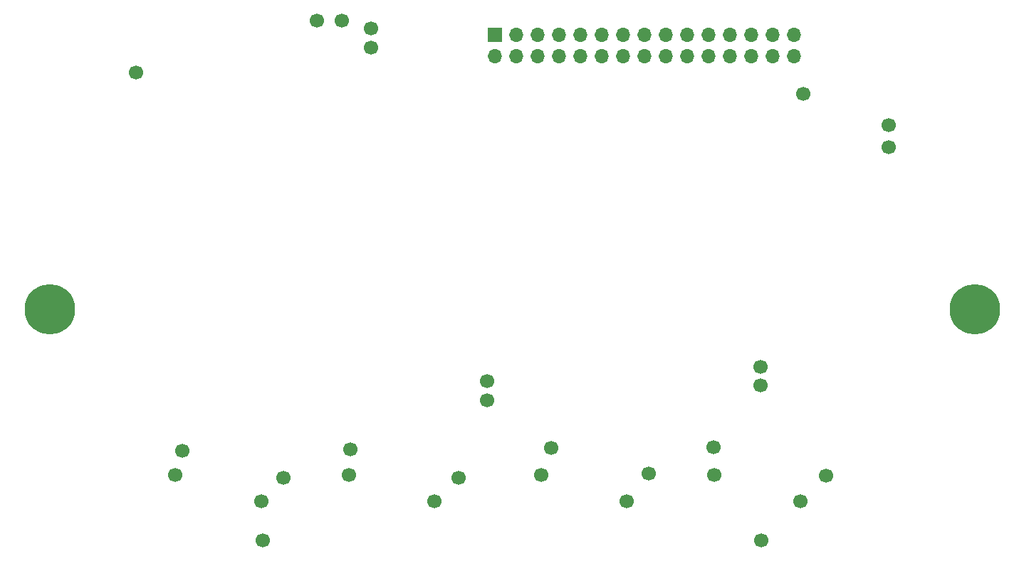
<source format=gbr>
%TF.GenerationSoftware,KiCad,Pcbnew,(5.1.10)-1*%
%TF.CreationDate,2021-08-26T14:05:13+08:00*%
%TF.ProjectId,Syrostan-Ext-DIO,5379726f-7374-4616-9e2d-4578742d4449,rev?*%
%TF.SameCoordinates,Original*%
%TF.FileFunction,Soldermask,Top*%
%TF.FilePolarity,Negative*%
%FSLAX46Y46*%
G04 Gerber Fmt 4.6, Leading zero omitted, Abs format (unit mm)*
G04 Created by KiCad (PCBNEW (5.1.10)-1) date 2021-08-26 14:05:13*
%MOMM*%
%LPD*%
G01*
G04 APERTURE LIST*
%ADD10C,1.700000*%
%ADD11O,1.700000X1.700000*%
%ADD12R,1.700000X1.700000*%
%ADD13C,6.000000*%
G04 APERTURE END LIST*
D10*
%TO.C,TP1*%
X115769858Y-121066064D03*
%TD*%
%TO.C,TP2*%
X125132902Y-127038843D03*
%TD*%
%TO.C,TP3*%
X127784064Y-124292016D03*
%TD*%
%TO.C,TP4*%
X114960000Y-123959939D03*
%TD*%
%TO.C,TP5*%
X135759665Y-120913667D03*
%TD*%
%TO.C,TP6*%
X135560057Y-123960013D03*
%TD*%
%TO.C,TP7*%
X148604056Y-124292016D03*
%TD*%
%TO.C,TP8*%
X151999999Y-115049939D03*
%TD*%
%TO.C,TP9*%
X159635657Y-120710465D03*
%TD*%
%TO.C,TP10*%
X179060001Y-123959939D03*
%TD*%
%TO.C,TP11*%
X171218146Y-123783997D03*
%TD*%
%TO.C,TP12*%
X184500000Y-113299940D03*
%TD*%
%TO.C,TP13*%
X178914252Y-120659661D03*
%TD*%
%TO.C,TP14*%
X189232908Y-127038843D03*
%TD*%
%TO.C,TP15*%
X192300131Y-124037957D03*
%TD*%
%TO.C,TP16*%
X158460068Y-123960013D03*
%TD*%
%TO.C,TP17*%
X151999999Y-112799941D03*
%TD*%
%TO.C,TP18*%
X145732908Y-127038843D03*
%TD*%
%TO.C,TP19*%
X184500000Y-111049939D03*
%TD*%
%TO.C,TP20*%
X168632902Y-127038843D03*
%TD*%
%TO.C,TP21*%
X199750000Y-82299941D03*
%TD*%
%TO.C,TP22*%
X110249999Y-76049941D03*
%TD*%
%TO.C,TP23*%
X199750000Y-84869661D03*
%TD*%
%TO.C,TP24*%
X189575001Y-78549941D03*
%TD*%
%TO.C,TP25*%
X131749999Y-69799940D03*
%TD*%
%TO.C,TP26*%
X134750001Y-69799940D03*
%TD*%
%TO.C,TP27*%
X138249999Y-73049939D03*
%TD*%
%TO.C,TP28*%
X138249999Y-70799941D03*
%TD*%
%TO.C,TP29*%
X125378705Y-131744019D03*
%TD*%
%TO.C,TP30*%
X184621295Y-131744019D03*
%TD*%
D11*
%TO.C,J1*%
X188489972Y-74072259D03*
X188489972Y-71532259D03*
X185949972Y-74072259D03*
X185949972Y-71532259D03*
X183409972Y-74072259D03*
X183409972Y-71532259D03*
X180869972Y-74072259D03*
X180869972Y-71532259D03*
X178329972Y-74072259D03*
X178329972Y-71532259D03*
X175789972Y-74072259D03*
X175789972Y-71532259D03*
X173249972Y-74072259D03*
X173249972Y-71532259D03*
X170709972Y-74072259D03*
X170709972Y-71532259D03*
X168169972Y-74072259D03*
X168169972Y-71532259D03*
X165629972Y-74072259D03*
X165629972Y-71532259D03*
X163089972Y-74072259D03*
X163089972Y-71532259D03*
X160549972Y-74072259D03*
X160549972Y-71532259D03*
X158009972Y-74072259D03*
X158009972Y-71532259D03*
X155469972Y-74072259D03*
X155469972Y-71532259D03*
X152929972Y-74072259D03*
D12*
X152929972Y-71532259D03*
%TD*%
D13*
%TO.C,REF\u002A\u002A*%
X100000000Y-104199969D03*
%TD*%
%TO.C,REF\u002A\u002A*%
X210000000Y-104199969D03*
%TD*%
M02*

</source>
